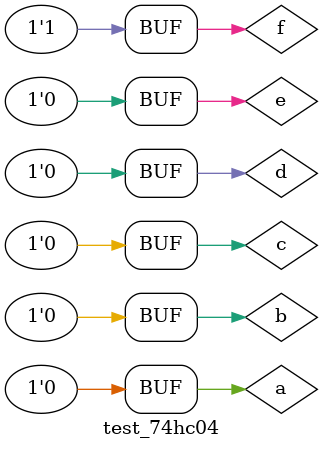
<source format=v>
`timescale 1ns/1ns

module test_74hc04;
    reg a, b, c, d, e, f;
    wire y1, y2, y3, y4, y5, y6;

_74hc04 bench(a, b, c, d, e, f, y1, y2, y3, y4, y5, y6);
    initial begin
        a = 0; b = 0; c = 0; d = 0; e = 0; f = 0;
        #5 a = 1;
        #5 a = 0; b = 1;
        #5 b = 0; c = 1;
        #5 c = 0; d = 1;
        #5 d = 0; e = 1;
        #5 e = 0; f = 1;
        #5;
    end
    always @(*) begin
        $display("[*] [74HC04] time = %t: a = %b, y1 = %b; b = %b, y2 = %b; c = %b, y3 = %b; d = %b, y4 = %b; e = %b, y5 = %b; f = %b, y6 = %b",
                $time, a, y1, b, y2, c, y3, d, y4, e, y5, f, y6);   // In order to display both module at the same time, cannot use $monitor.
    end
endmodule
</source>
